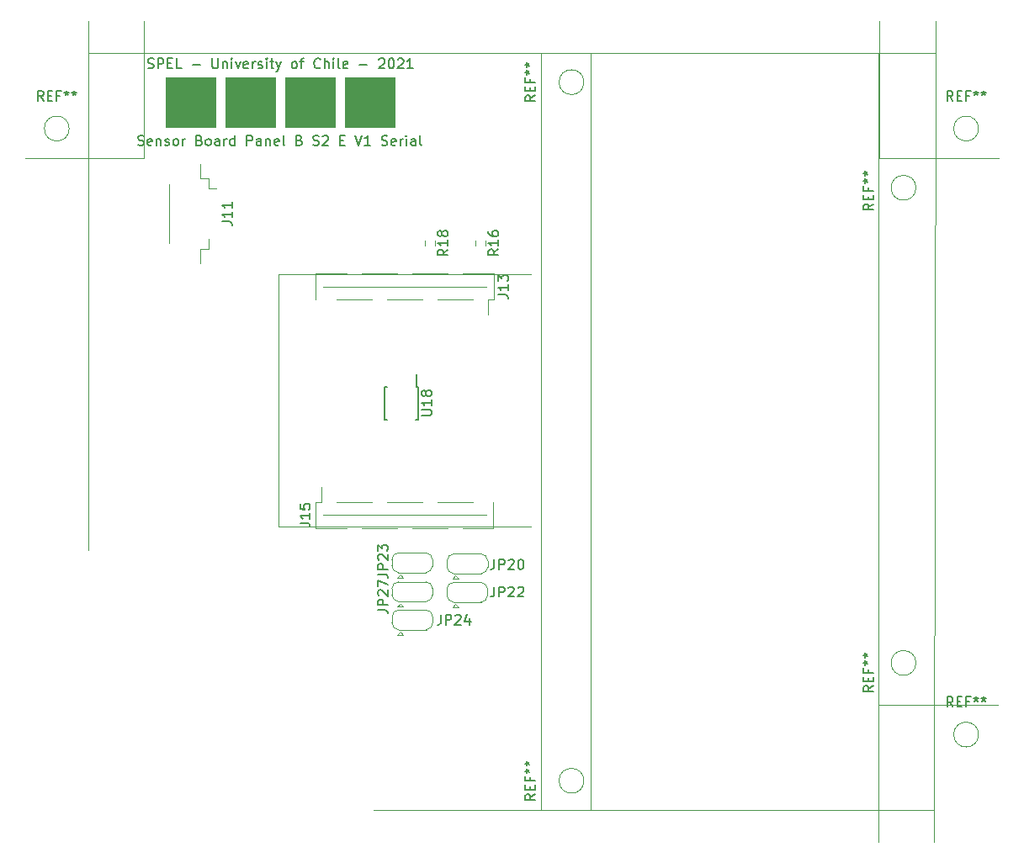
<source format=gbr>
G04 #@! TF.GenerationSoftware,KiCad,Pcbnew,(5.1.2)-2*
G04 #@! TF.CreationDate,2021-08-28T01:18:03-04:00*
G04 #@! TF.ProjectId,MAG_Plus,4d41475f-506c-4757-932e-6b696361645f,rev?*
G04 #@! TF.SameCoordinates,Original*
G04 #@! TF.FileFunction,Legend,Top*
G04 #@! TF.FilePolarity,Positive*
%FSLAX46Y46*%
G04 Gerber Fmt 4.6, Leading zero omitted, Abs format (unit mm)*
G04 Created by KiCad (PCBNEW (5.1.2)-2) date 2021-08-28 01:18:03*
%MOMM*%
%LPD*%
G04 APERTURE LIST*
%ADD10C,0.100000*%
%ADD11C,0.150000*%
%ADD12C,0.120000*%
G04 APERTURE END LIST*
D10*
G36*
X483750000Y-47310000D02*
G01*
X478750000Y-47310000D01*
X478750000Y-42310000D01*
X483750000Y-42310000D01*
X483750000Y-47310000D01*
G37*
X483750000Y-47310000D02*
X478750000Y-47310000D01*
X478750000Y-42310000D01*
X483750000Y-42310000D01*
X483750000Y-47310000D01*
G36*
X489750000Y-47310000D02*
G01*
X484750000Y-47310000D01*
X484750000Y-42310000D01*
X489750000Y-42310000D01*
X489750000Y-47310000D01*
G37*
X489750000Y-47310000D02*
X484750000Y-47310000D01*
X484750000Y-42310000D01*
X489750000Y-42310000D01*
X489750000Y-47310000D01*
G36*
X477750000Y-47310000D02*
G01*
X472750000Y-47310000D01*
X472750000Y-42310000D01*
X477750000Y-42310000D01*
X477750000Y-47310000D01*
G37*
X477750000Y-47310000D02*
X472750000Y-47310000D01*
X472750000Y-42310000D01*
X477750000Y-42310000D01*
X477750000Y-47310000D01*
G36*
X495750000Y-47310000D02*
G01*
X490750000Y-47310000D01*
X490750000Y-42310000D01*
X495750000Y-42310000D01*
X495750000Y-47310000D01*
G37*
X495750000Y-47310000D02*
X490750000Y-47310000D01*
X490750000Y-42310000D01*
X495750000Y-42310000D01*
X495750000Y-47310000D01*
D11*
X470966666Y-41364761D02*
X471109523Y-41412380D01*
X471347619Y-41412380D01*
X471442857Y-41364761D01*
X471490476Y-41317142D01*
X471538095Y-41221904D01*
X471538095Y-41126666D01*
X471490476Y-41031428D01*
X471442857Y-40983809D01*
X471347619Y-40936190D01*
X471157142Y-40888571D01*
X471061904Y-40840952D01*
X471014285Y-40793333D01*
X470966666Y-40698095D01*
X470966666Y-40602857D01*
X471014285Y-40507619D01*
X471061904Y-40460000D01*
X471157142Y-40412380D01*
X471395238Y-40412380D01*
X471538095Y-40460000D01*
X471966666Y-41412380D02*
X471966666Y-40412380D01*
X472347619Y-40412380D01*
X472442857Y-40460000D01*
X472490476Y-40507619D01*
X472538095Y-40602857D01*
X472538095Y-40745714D01*
X472490476Y-40840952D01*
X472442857Y-40888571D01*
X472347619Y-40936190D01*
X471966666Y-40936190D01*
X472966666Y-40888571D02*
X473300000Y-40888571D01*
X473442857Y-41412380D02*
X472966666Y-41412380D01*
X472966666Y-40412380D01*
X473442857Y-40412380D01*
X474347619Y-41412380D02*
X473871428Y-41412380D01*
X473871428Y-40412380D01*
X475442857Y-41031428D02*
X476204761Y-41031428D01*
X477442857Y-40412380D02*
X477442857Y-41221904D01*
X477490476Y-41317142D01*
X477538095Y-41364761D01*
X477633333Y-41412380D01*
X477823809Y-41412380D01*
X477919047Y-41364761D01*
X477966666Y-41317142D01*
X478014285Y-41221904D01*
X478014285Y-40412380D01*
X478490476Y-40745714D02*
X478490476Y-41412380D01*
X478490476Y-40840952D02*
X478538095Y-40793333D01*
X478633333Y-40745714D01*
X478776190Y-40745714D01*
X478871428Y-40793333D01*
X478919047Y-40888571D01*
X478919047Y-41412380D01*
X479395238Y-41412380D02*
X479395238Y-40745714D01*
X479395238Y-40412380D02*
X479347619Y-40460000D01*
X479395238Y-40507619D01*
X479442857Y-40460000D01*
X479395238Y-40412380D01*
X479395238Y-40507619D01*
X479776190Y-40745714D02*
X480014285Y-41412380D01*
X480252380Y-40745714D01*
X481014285Y-41364761D02*
X480919047Y-41412380D01*
X480728571Y-41412380D01*
X480633333Y-41364761D01*
X480585714Y-41269523D01*
X480585714Y-40888571D01*
X480633333Y-40793333D01*
X480728571Y-40745714D01*
X480919047Y-40745714D01*
X481014285Y-40793333D01*
X481061904Y-40888571D01*
X481061904Y-40983809D01*
X480585714Y-41079047D01*
X481490476Y-41412380D02*
X481490476Y-40745714D01*
X481490476Y-40936190D02*
X481538095Y-40840952D01*
X481585714Y-40793333D01*
X481680952Y-40745714D01*
X481776190Y-40745714D01*
X482061904Y-41364761D02*
X482157142Y-41412380D01*
X482347619Y-41412380D01*
X482442857Y-41364761D01*
X482490476Y-41269523D01*
X482490476Y-41221904D01*
X482442857Y-41126666D01*
X482347619Y-41079047D01*
X482204761Y-41079047D01*
X482109523Y-41031428D01*
X482061904Y-40936190D01*
X482061904Y-40888571D01*
X482109523Y-40793333D01*
X482204761Y-40745714D01*
X482347619Y-40745714D01*
X482442857Y-40793333D01*
X482919047Y-41412380D02*
X482919047Y-40745714D01*
X482919047Y-40412380D02*
X482871428Y-40460000D01*
X482919047Y-40507619D01*
X482966666Y-40460000D01*
X482919047Y-40412380D01*
X482919047Y-40507619D01*
X483252380Y-40745714D02*
X483633333Y-40745714D01*
X483395238Y-40412380D02*
X483395238Y-41269523D01*
X483442857Y-41364761D01*
X483538095Y-41412380D01*
X483633333Y-41412380D01*
X483871428Y-40745714D02*
X484109523Y-41412380D01*
X484347619Y-40745714D02*
X484109523Y-41412380D01*
X484014285Y-41650476D01*
X483966666Y-41698095D01*
X483871428Y-41745714D01*
X485633333Y-41412380D02*
X485538095Y-41364761D01*
X485490476Y-41317142D01*
X485442857Y-41221904D01*
X485442857Y-40936190D01*
X485490476Y-40840952D01*
X485538095Y-40793333D01*
X485633333Y-40745714D01*
X485776190Y-40745714D01*
X485871428Y-40793333D01*
X485919047Y-40840952D01*
X485966666Y-40936190D01*
X485966666Y-41221904D01*
X485919047Y-41317142D01*
X485871428Y-41364761D01*
X485776190Y-41412380D01*
X485633333Y-41412380D01*
X486252380Y-40745714D02*
X486633333Y-40745714D01*
X486395238Y-41412380D02*
X486395238Y-40555238D01*
X486442857Y-40460000D01*
X486538095Y-40412380D01*
X486633333Y-40412380D01*
X488299999Y-41317142D02*
X488252380Y-41364761D01*
X488109523Y-41412380D01*
X488014285Y-41412380D01*
X487871428Y-41364761D01*
X487776190Y-41269523D01*
X487728571Y-41174285D01*
X487680952Y-40983809D01*
X487680952Y-40840952D01*
X487728571Y-40650476D01*
X487776190Y-40555238D01*
X487871428Y-40460000D01*
X488014285Y-40412380D01*
X488109523Y-40412380D01*
X488252380Y-40460000D01*
X488299999Y-40507619D01*
X488728571Y-41412380D02*
X488728571Y-40412380D01*
X489157142Y-41412380D02*
X489157142Y-40888571D01*
X489109523Y-40793333D01*
X489014285Y-40745714D01*
X488871428Y-40745714D01*
X488776190Y-40793333D01*
X488728571Y-40840952D01*
X489633333Y-41412380D02*
X489633333Y-40745714D01*
X489633333Y-40412380D02*
X489585714Y-40460000D01*
X489633333Y-40507619D01*
X489680952Y-40460000D01*
X489633333Y-40412380D01*
X489633333Y-40507619D01*
X490252380Y-41412380D02*
X490157142Y-41364761D01*
X490109523Y-41269523D01*
X490109523Y-40412380D01*
X491014285Y-41364761D02*
X490919047Y-41412380D01*
X490728571Y-41412380D01*
X490633333Y-41364761D01*
X490585714Y-41269523D01*
X490585714Y-40888571D01*
X490633333Y-40793333D01*
X490728571Y-40745714D01*
X490919047Y-40745714D01*
X491014285Y-40793333D01*
X491061904Y-40888571D01*
X491061904Y-40983809D01*
X490585714Y-41079047D01*
X492252380Y-41031428D02*
X493014285Y-41031428D01*
X494204761Y-40507619D02*
X494252380Y-40460000D01*
X494347619Y-40412380D01*
X494585714Y-40412380D01*
X494680952Y-40460000D01*
X494728571Y-40507619D01*
X494776190Y-40602857D01*
X494776190Y-40698095D01*
X494728571Y-40840952D01*
X494157142Y-41412380D01*
X494776190Y-41412380D01*
X495395238Y-40412380D02*
X495490476Y-40412380D01*
X495585714Y-40460000D01*
X495633333Y-40507619D01*
X495680952Y-40602857D01*
X495728571Y-40793333D01*
X495728571Y-41031428D01*
X495680952Y-41221904D01*
X495633333Y-41317142D01*
X495585714Y-41364761D01*
X495490476Y-41412380D01*
X495395238Y-41412380D01*
X495299999Y-41364761D01*
X495252380Y-41317142D01*
X495204761Y-41221904D01*
X495157142Y-41031428D01*
X495157142Y-40793333D01*
X495204761Y-40602857D01*
X495252380Y-40507619D01*
X495299999Y-40460000D01*
X495395238Y-40412380D01*
X496109523Y-40507619D02*
X496157142Y-40460000D01*
X496252380Y-40412380D01*
X496490476Y-40412380D01*
X496585714Y-40460000D01*
X496633333Y-40507619D01*
X496680952Y-40602857D01*
X496680952Y-40698095D01*
X496633333Y-40840952D01*
X496061904Y-41412380D01*
X496680952Y-41412380D01*
X497633333Y-41412380D02*
X497061904Y-41412380D01*
X497347619Y-41412380D02*
X497347619Y-40412380D01*
X497252380Y-40555238D01*
X497157142Y-40650476D01*
X497061904Y-40698095D01*
X469961904Y-49114761D02*
X470104761Y-49162380D01*
X470342857Y-49162380D01*
X470438095Y-49114761D01*
X470485714Y-49067142D01*
X470533333Y-48971904D01*
X470533333Y-48876666D01*
X470485714Y-48781428D01*
X470438095Y-48733809D01*
X470342857Y-48686190D01*
X470152380Y-48638571D01*
X470057142Y-48590952D01*
X470009523Y-48543333D01*
X469961904Y-48448095D01*
X469961904Y-48352857D01*
X470009523Y-48257619D01*
X470057142Y-48210000D01*
X470152380Y-48162380D01*
X470390476Y-48162380D01*
X470533333Y-48210000D01*
X471342857Y-49114761D02*
X471247619Y-49162380D01*
X471057142Y-49162380D01*
X470961904Y-49114761D01*
X470914285Y-49019523D01*
X470914285Y-48638571D01*
X470961904Y-48543333D01*
X471057142Y-48495714D01*
X471247619Y-48495714D01*
X471342857Y-48543333D01*
X471390476Y-48638571D01*
X471390476Y-48733809D01*
X470914285Y-48829047D01*
X471819047Y-48495714D02*
X471819047Y-49162380D01*
X471819047Y-48590952D02*
X471866666Y-48543333D01*
X471961904Y-48495714D01*
X472104761Y-48495714D01*
X472200000Y-48543333D01*
X472247619Y-48638571D01*
X472247619Y-49162380D01*
X472676190Y-49114761D02*
X472771428Y-49162380D01*
X472961904Y-49162380D01*
X473057142Y-49114761D01*
X473104761Y-49019523D01*
X473104761Y-48971904D01*
X473057142Y-48876666D01*
X472961904Y-48829047D01*
X472819047Y-48829047D01*
X472723809Y-48781428D01*
X472676190Y-48686190D01*
X472676190Y-48638571D01*
X472723809Y-48543333D01*
X472819047Y-48495714D01*
X472961904Y-48495714D01*
X473057142Y-48543333D01*
X473676190Y-49162380D02*
X473580952Y-49114761D01*
X473533333Y-49067142D01*
X473485714Y-48971904D01*
X473485714Y-48686190D01*
X473533333Y-48590952D01*
X473580952Y-48543333D01*
X473676190Y-48495714D01*
X473819047Y-48495714D01*
X473914285Y-48543333D01*
X473961904Y-48590952D01*
X474009523Y-48686190D01*
X474009523Y-48971904D01*
X473961904Y-49067142D01*
X473914285Y-49114761D01*
X473819047Y-49162380D01*
X473676190Y-49162380D01*
X474438095Y-49162380D02*
X474438095Y-48495714D01*
X474438095Y-48686190D02*
X474485714Y-48590952D01*
X474533333Y-48543333D01*
X474628571Y-48495714D01*
X474723809Y-48495714D01*
X476152380Y-48638571D02*
X476295238Y-48686190D01*
X476342857Y-48733809D01*
X476390476Y-48829047D01*
X476390476Y-48971904D01*
X476342857Y-49067142D01*
X476295238Y-49114761D01*
X476200000Y-49162380D01*
X475819047Y-49162380D01*
X475819047Y-48162380D01*
X476152380Y-48162380D01*
X476247619Y-48210000D01*
X476295238Y-48257619D01*
X476342857Y-48352857D01*
X476342857Y-48448095D01*
X476295238Y-48543333D01*
X476247619Y-48590952D01*
X476152380Y-48638571D01*
X475819047Y-48638571D01*
X476961904Y-49162380D02*
X476866666Y-49114761D01*
X476819047Y-49067142D01*
X476771428Y-48971904D01*
X476771428Y-48686190D01*
X476819047Y-48590952D01*
X476866666Y-48543333D01*
X476961904Y-48495714D01*
X477104761Y-48495714D01*
X477200000Y-48543333D01*
X477247619Y-48590952D01*
X477295238Y-48686190D01*
X477295238Y-48971904D01*
X477247619Y-49067142D01*
X477200000Y-49114761D01*
X477104761Y-49162380D01*
X476961904Y-49162380D01*
X478152380Y-49162380D02*
X478152380Y-48638571D01*
X478104761Y-48543333D01*
X478009523Y-48495714D01*
X477819047Y-48495714D01*
X477723809Y-48543333D01*
X478152380Y-49114761D02*
X478057142Y-49162380D01*
X477819047Y-49162380D01*
X477723809Y-49114761D01*
X477676190Y-49019523D01*
X477676190Y-48924285D01*
X477723809Y-48829047D01*
X477819047Y-48781428D01*
X478057142Y-48781428D01*
X478152380Y-48733809D01*
X478628571Y-49162380D02*
X478628571Y-48495714D01*
X478628571Y-48686190D02*
X478676190Y-48590952D01*
X478723809Y-48543333D01*
X478819047Y-48495714D01*
X478914285Y-48495714D01*
X479676190Y-49162380D02*
X479676190Y-48162380D01*
X479676190Y-49114761D02*
X479580952Y-49162380D01*
X479390476Y-49162380D01*
X479295238Y-49114761D01*
X479247619Y-49067142D01*
X479200000Y-48971904D01*
X479200000Y-48686190D01*
X479247619Y-48590952D01*
X479295238Y-48543333D01*
X479390476Y-48495714D01*
X479580952Y-48495714D01*
X479676190Y-48543333D01*
X480914285Y-49162380D02*
X480914285Y-48162380D01*
X481295238Y-48162380D01*
X481390476Y-48210000D01*
X481438095Y-48257619D01*
X481485714Y-48352857D01*
X481485714Y-48495714D01*
X481438095Y-48590952D01*
X481390476Y-48638571D01*
X481295238Y-48686190D01*
X480914285Y-48686190D01*
X482342857Y-49162380D02*
X482342857Y-48638571D01*
X482295238Y-48543333D01*
X482200000Y-48495714D01*
X482009523Y-48495714D01*
X481914285Y-48543333D01*
X482342857Y-49114761D02*
X482247619Y-49162380D01*
X482009523Y-49162380D01*
X481914285Y-49114761D01*
X481866666Y-49019523D01*
X481866666Y-48924285D01*
X481914285Y-48829047D01*
X482009523Y-48781428D01*
X482247619Y-48781428D01*
X482342857Y-48733809D01*
X482819047Y-48495714D02*
X482819047Y-49162380D01*
X482819047Y-48590952D02*
X482866666Y-48543333D01*
X482961904Y-48495714D01*
X483104761Y-48495714D01*
X483200000Y-48543333D01*
X483247619Y-48638571D01*
X483247619Y-49162380D01*
X484104761Y-49114761D02*
X484009523Y-49162380D01*
X483819047Y-49162380D01*
X483723809Y-49114761D01*
X483676190Y-49019523D01*
X483676190Y-48638571D01*
X483723809Y-48543333D01*
X483819047Y-48495714D01*
X484009523Y-48495714D01*
X484104761Y-48543333D01*
X484152380Y-48638571D01*
X484152380Y-48733809D01*
X483676190Y-48829047D01*
X484723809Y-49162380D02*
X484628571Y-49114761D01*
X484580952Y-49019523D01*
X484580952Y-48162380D01*
X486200000Y-48638571D02*
X486342857Y-48686190D01*
X486390476Y-48733809D01*
X486438095Y-48829047D01*
X486438095Y-48971904D01*
X486390476Y-49067142D01*
X486342857Y-49114761D01*
X486247619Y-49162380D01*
X485866666Y-49162380D01*
X485866666Y-48162380D01*
X486200000Y-48162380D01*
X486295238Y-48210000D01*
X486342857Y-48257619D01*
X486390476Y-48352857D01*
X486390476Y-48448095D01*
X486342857Y-48543333D01*
X486295238Y-48590952D01*
X486200000Y-48638571D01*
X485866666Y-48638571D01*
X487580952Y-49114761D02*
X487723809Y-49162380D01*
X487961904Y-49162380D01*
X488057142Y-49114761D01*
X488104761Y-49067142D01*
X488152380Y-48971904D01*
X488152380Y-48876666D01*
X488104761Y-48781428D01*
X488057142Y-48733809D01*
X487961904Y-48686190D01*
X487771428Y-48638571D01*
X487676190Y-48590952D01*
X487628571Y-48543333D01*
X487580952Y-48448095D01*
X487580952Y-48352857D01*
X487628571Y-48257619D01*
X487676190Y-48210000D01*
X487771428Y-48162380D01*
X488009523Y-48162380D01*
X488152380Y-48210000D01*
X488533333Y-48257619D02*
X488580952Y-48210000D01*
X488676190Y-48162380D01*
X488914285Y-48162380D01*
X489009523Y-48210000D01*
X489057142Y-48257619D01*
X489104761Y-48352857D01*
X489104761Y-48448095D01*
X489057142Y-48590952D01*
X488485714Y-49162380D01*
X489104761Y-49162380D01*
X490295238Y-48638571D02*
X490628571Y-48638571D01*
X490771428Y-49162380D02*
X490295238Y-49162380D01*
X490295238Y-48162380D01*
X490771428Y-48162380D01*
X491819047Y-48162380D02*
X492152380Y-49162380D01*
X492485714Y-48162380D01*
X493342857Y-49162380D02*
X492771428Y-49162380D01*
X493057142Y-49162380D02*
X493057142Y-48162380D01*
X492961904Y-48305238D01*
X492866666Y-48400476D01*
X492771428Y-48448095D01*
X494485714Y-49114761D02*
X494628571Y-49162380D01*
X494866666Y-49162380D01*
X494961904Y-49114761D01*
X495009523Y-49067142D01*
X495057142Y-48971904D01*
X495057142Y-48876666D01*
X495009523Y-48781428D01*
X494961904Y-48733809D01*
X494866666Y-48686190D01*
X494676190Y-48638571D01*
X494580952Y-48590952D01*
X494533333Y-48543333D01*
X494485714Y-48448095D01*
X494485714Y-48352857D01*
X494533333Y-48257619D01*
X494580952Y-48210000D01*
X494676190Y-48162380D01*
X494914285Y-48162380D01*
X495057142Y-48210000D01*
X495866666Y-49114761D02*
X495771428Y-49162380D01*
X495580952Y-49162380D01*
X495485714Y-49114761D01*
X495438095Y-49019523D01*
X495438095Y-48638571D01*
X495485714Y-48543333D01*
X495580952Y-48495714D01*
X495771428Y-48495714D01*
X495866666Y-48543333D01*
X495914285Y-48638571D01*
X495914285Y-48733809D01*
X495438095Y-48829047D01*
X496342857Y-49162380D02*
X496342857Y-48495714D01*
X496342857Y-48686190D02*
X496390476Y-48590952D01*
X496438095Y-48543333D01*
X496533333Y-48495714D01*
X496628571Y-48495714D01*
X496961904Y-49162380D02*
X496961904Y-48495714D01*
X496961904Y-48162380D02*
X496914285Y-48210000D01*
X496961904Y-48257619D01*
X497009523Y-48210000D01*
X496961904Y-48162380D01*
X496961904Y-48257619D01*
X497866666Y-49162380D02*
X497866666Y-48638571D01*
X497819047Y-48543333D01*
X497723809Y-48495714D01*
X497533333Y-48495714D01*
X497438095Y-48543333D01*
X497866666Y-49114761D02*
X497771428Y-49162380D01*
X497533333Y-49162380D01*
X497438095Y-49114761D01*
X497390476Y-49019523D01*
X497390476Y-48924285D01*
X497438095Y-48829047D01*
X497533333Y-48781428D01*
X497771428Y-48781428D01*
X497866666Y-48733809D01*
X498485714Y-49162380D02*
X498390476Y-49114761D01*
X498342857Y-49019523D01*
X498342857Y-48162380D01*
D12*
X493670000Y-116070000D02*
X550090000Y-116070000D01*
X464990000Y-89870000D02*
X464990000Y-36670000D01*
X550190000Y-39870000D02*
X464990000Y-39870000D01*
X550090000Y-119270000D02*
X550190000Y-36670000D01*
X544490000Y-119270000D02*
X544490000Y-105470000D01*
X554540000Y-108470000D02*
G75*
G03X554540000Y-108470000I-1250000J0D01*
G01*
X556490000Y-105470000D02*
X544490000Y-105470000D01*
X556590000Y-50470000D02*
X544590000Y-50470000D01*
X470590000Y-50470000D02*
X470590000Y-36670000D01*
X458590000Y-50470000D02*
X470590000Y-50470000D01*
X544590000Y-36670000D02*
X544590000Y-50470000D01*
X463040000Y-47470000D02*
G75*
G03X463040000Y-47470000I-1250000J0D01*
G01*
X554540000Y-47470000D02*
G75*
G03X554540000Y-47470000I-1250000J0D01*
G01*
X504990000Y-63370000D02*
X488590000Y-63370000D01*
X504989978Y-86370000D02*
X488590000Y-86370000D01*
X510490000Y-39870000D02*
X510490000Y-116070000D01*
X514830000Y-113120000D02*
G75*
G03X514830000Y-113120000I-1250000J0D01*
G01*
X548240000Y-53430000D02*
G75*
G03X548240000Y-53430000I-1250000J0D01*
G01*
X548240000Y-101260000D02*
G75*
G03X548240000Y-101260000I-1250000J0D01*
G01*
X514830007Y-42800000D02*
G75*
G03X514830007Y-42800000I-1250040J0D01*
G01*
X515490000Y-39870000D02*
X515490000Y-116070000D01*
X544490000Y-39870000D02*
X544490000Y-116070000D01*
X509490000Y-62170000D02*
X484090000Y-62170000D01*
X484090000Y-62170000D02*
X484090000Y-87570000D01*
X509490000Y-87570000D02*
X484090000Y-87570000D01*
X496360000Y-95290000D02*
X496660000Y-95590000D01*
X496060000Y-95590000D02*
X496660000Y-95590000D01*
X496360000Y-95290000D02*
X496060000Y-95590000D01*
X495510000Y-94390000D02*
X495510000Y-93790000D01*
X498960000Y-95090000D02*
X496160000Y-95090000D01*
X499610000Y-93790000D02*
X499610000Y-94390000D01*
X496160000Y-93090000D02*
X498960000Y-93090000D01*
X498910000Y-93090000D02*
G75*
G02X499610000Y-93790000I0J-700000D01*
G01*
X499610000Y-94390000D02*
G75*
G02X498910000Y-95090000I-700000J0D01*
G01*
X496210000Y-95090000D02*
G75*
G02X495510000Y-94390000I0J700000D01*
G01*
X495510000Y-93790000D02*
G75*
G02X496210000Y-93090000I700000J0D01*
G01*
X490950000Y-62040000D02*
X487840000Y-62040000D01*
X496030000Y-62040000D02*
X492470000Y-62040000D01*
X501110000Y-62040000D02*
X497550000Y-62040000D01*
X488410000Y-62040000D02*
X487840000Y-62040000D01*
X505740000Y-64700000D02*
X505170000Y-64700000D01*
X505170000Y-64700000D02*
X505170000Y-66220000D01*
X505740000Y-62040000D02*
X502630000Y-62040000D01*
X493490000Y-64700000D02*
X489930000Y-64700000D01*
X498570000Y-64700000D02*
X495010000Y-64700000D01*
X503650000Y-64700000D02*
X500090000Y-64700000D01*
X487840000Y-62040000D02*
X487840000Y-64700000D01*
X505740000Y-62040000D02*
X505740000Y-64700000D01*
X477085000Y-53455000D02*
X477835000Y-53455000D01*
X473085000Y-53055000D02*
X473085000Y-59005000D01*
X476185000Y-52505000D02*
X476185000Y-51005000D01*
X477085000Y-52505000D02*
X476185000Y-52505000D01*
X477085000Y-53455000D02*
X477085000Y-52505000D01*
X476185000Y-59555000D02*
X476185000Y-61055000D01*
X477085000Y-59555000D02*
X476185000Y-59555000D01*
X477085000Y-58605000D02*
X477085000Y-59555000D01*
X501910000Y-92480000D02*
X502210000Y-92780000D01*
X501610000Y-92780000D02*
X502210000Y-92780000D01*
X501910000Y-92480000D02*
X501610000Y-92780000D01*
X501060000Y-91580000D02*
X501060000Y-90980000D01*
X504510000Y-92280000D02*
X501710000Y-92280000D01*
X505160000Y-90980000D02*
X505160000Y-91580000D01*
X501710000Y-90280000D02*
X504510000Y-90280000D01*
X504460000Y-90280000D02*
G75*
G02X505160000Y-90980000I0J-700000D01*
G01*
X505160000Y-91580000D02*
G75*
G02X504460000Y-92280000I-700000J0D01*
G01*
X501760000Y-92280000D02*
G75*
G02X501060000Y-91580000I0J700000D01*
G01*
X501060000Y-90980000D02*
G75*
G02X501760000Y-90280000I700000J0D01*
G01*
X487820000Y-87700000D02*
X487820000Y-85040000D01*
X505720000Y-87700000D02*
X505720000Y-85040000D01*
X489910000Y-85040000D02*
X493470000Y-85040000D01*
X494990000Y-85040000D02*
X498550000Y-85040000D01*
X500070000Y-85040000D02*
X503630000Y-85040000D01*
X487820000Y-87700000D02*
X490930000Y-87700000D01*
X488390000Y-85040000D02*
X488390000Y-83520000D01*
X487820000Y-85040000D02*
X488390000Y-85040000D01*
X505150000Y-87700000D02*
X505720000Y-87700000D01*
X492450000Y-87700000D02*
X496010000Y-87700000D01*
X497530000Y-87700000D02*
X501090000Y-87700000D01*
X502610000Y-87700000D02*
X505720000Y-87700000D01*
D11*
X498120000Y-73435000D02*
X497945000Y-73435000D01*
X498120000Y-76785000D02*
X497870000Y-76785000D01*
X494770000Y-76785000D02*
X495020000Y-76785000D01*
X494770000Y-73435000D02*
X495020000Y-73435000D01*
X498120000Y-73435000D02*
X498120000Y-76785000D01*
X494770000Y-73435000D02*
X494770000Y-76785000D01*
X497945000Y-73435000D02*
X497945000Y-72185000D01*
D12*
X499860000Y-59250000D02*
X499860000Y-58750000D01*
X498800000Y-58750000D02*
X498800000Y-59250000D01*
X503890000Y-58740000D02*
X503890000Y-59240000D01*
X504950000Y-59240000D02*
X504950000Y-58740000D01*
X501040000Y-93850000D02*
G75*
G02X501740000Y-93150000I700000J0D01*
G01*
X501740000Y-95150000D02*
G75*
G02X501040000Y-94450000I0J700000D01*
G01*
X505140000Y-94450000D02*
G75*
G02X504440000Y-95150000I-700000J0D01*
G01*
X504440000Y-93150000D02*
G75*
G02X505140000Y-93850000I0J-700000D01*
G01*
X501690000Y-93150000D02*
X504490000Y-93150000D01*
X505140000Y-93850000D02*
X505140000Y-94450000D01*
X504490000Y-95150000D02*
X501690000Y-95150000D01*
X501040000Y-94450000D02*
X501040000Y-93850000D01*
X501890000Y-95350000D02*
X501590000Y-95650000D01*
X501590000Y-95650000D02*
X502190000Y-95650000D01*
X501890000Y-95350000D02*
X502190000Y-95650000D01*
X495520000Y-96620000D02*
G75*
G02X496220000Y-95920000I700000J0D01*
G01*
X496220000Y-97920000D02*
G75*
G02X495520000Y-97220000I0J700000D01*
G01*
X499620000Y-97220000D02*
G75*
G02X498920000Y-97920000I-700000J0D01*
G01*
X498920000Y-95920000D02*
G75*
G02X499620000Y-96620000I0J-700000D01*
G01*
X496170000Y-95920000D02*
X498970000Y-95920000D01*
X499620000Y-96620000D02*
X499620000Y-97220000D01*
X498970000Y-97920000D02*
X496170000Y-97920000D01*
X495520000Y-97220000D02*
X495520000Y-96620000D01*
X496370000Y-98120000D02*
X496070000Y-98420000D01*
X496070000Y-98420000D02*
X496670000Y-98420000D01*
X496370000Y-98120000D02*
X496670000Y-98420000D01*
X496350000Y-92370000D02*
X496650000Y-92670000D01*
X496050000Y-92670000D02*
X496650000Y-92670000D01*
X496350000Y-92370000D02*
X496050000Y-92670000D01*
X495500000Y-91470000D02*
X495500000Y-90870000D01*
X498950000Y-92170000D02*
X496150000Y-92170000D01*
X499600000Y-90870000D02*
X499600000Y-91470000D01*
X496150000Y-90170000D02*
X498950000Y-90170000D01*
X498900000Y-90170000D02*
G75*
G02X499600000Y-90870000I0J-700000D01*
G01*
X499600000Y-91470000D02*
G75*
G02X498900000Y-92170000I-700000J0D01*
G01*
X496200000Y-92170000D02*
G75*
G02X495500000Y-91470000I0J700000D01*
G01*
X495500000Y-90870000D02*
G75*
G02X496200000Y-90170000I700000J0D01*
G01*
D11*
X551956666Y-44672380D02*
X551623333Y-44196190D01*
X551385238Y-44672380D02*
X551385238Y-43672380D01*
X551766190Y-43672380D01*
X551861428Y-43720000D01*
X551909047Y-43767619D01*
X551956666Y-43862857D01*
X551956666Y-44005714D01*
X551909047Y-44100952D01*
X551861428Y-44148571D01*
X551766190Y-44196190D01*
X551385238Y-44196190D01*
X552385238Y-44148571D02*
X552718571Y-44148571D01*
X552861428Y-44672380D02*
X552385238Y-44672380D01*
X552385238Y-43672380D01*
X552861428Y-43672380D01*
X553623333Y-44148571D02*
X553290000Y-44148571D01*
X553290000Y-44672380D02*
X553290000Y-43672380D01*
X553766190Y-43672380D01*
X554290000Y-43672380D02*
X554290000Y-43910476D01*
X554051904Y-43815238D02*
X554290000Y-43910476D01*
X554528095Y-43815238D01*
X554147142Y-44100952D02*
X554290000Y-43910476D01*
X554432857Y-44100952D01*
X555051904Y-43672380D02*
X555051904Y-43910476D01*
X554813809Y-43815238D02*
X555051904Y-43910476D01*
X555290000Y-43815238D01*
X554909047Y-44100952D02*
X555051904Y-43910476D01*
X555194761Y-44100952D01*
X460456666Y-44672380D02*
X460123333Y-44196190D01*
X459885238Y-44672380D02*
X459885238Y-43672380D01*
X460266190Y-43672380D01*
X460361428Y-43720000D01*
X460409047Y-43767619D01*
X460456666Y-43862857D01*
X460456666Y-44005714D01*
X460409047Y-44100952D01*
X460361428Y-44148571D01*
X460266190Y-44196190D01*
X459885238Y-44196190D01*
X460885238Y-44148571D02*
X461218571Y-44148571D01*
X461361428Y-44672380D02*
X460885238Y-44672380D01*
X460885238Y-43672380D01*
X461361428Y-43672380D01*
X462123333Y-44148571D02*
X461790000Y-44148571D01*
X461790000Y-44672380D02*
X461790000Y-43672380D01*
X462266190Y-43672380D01*
X462790000Y-43672380D02*
X462790000Y-43910476D01*
X462551904Y-43815238D02*
X462790000Y-43910476D01*
X463028095Y-43815238D01*
X462647142Y-44100952D02*
X462790000Y-43910476D01*
X462932857Y-44100952D01*
X463551904Y-43672380D02*
X463551904Y-43910476D01*
X463313809Y-43815238D02*
X463551904Y-43910476D01*
X463790000Y-43815238D01*
X463409047Y-44100952D02*
X463551904Y-43910476D01*
X463694761Y-44100952D01*
X551956666Y-105672380D02*
X551623333Y-105196190D01*
X551385238Y-105672380D02*
X551385238Y-104672380D01*
X551766190Y-104672380D01*
X551861428Y-104720000D01*
X551909047Y-104767619D01*
X551956666Y-104862857D01*
X551956666Y-105005714D01*
X551909047Y-105100952D01*
X551861428Y-105148571D01*
X551766190Y-105196190D01*
X551385238Y-105196190D01*
X552385238Y-105148571D02*
X552718571Y-105148571D01*
X552861428Y-105672380D02*
X552385238Y-105672380D01*
X552385238Y-104672380D01*
X552861428Y-104672380D01*
X553623333Y-105148571D02*
X553290000Y-105148571D01*
X553290000Y-105672380D02*
X553290000Y-104672380D01*
X553766190Y-104672380D01*
X554290000Y-104672380D02*
X554290000Y-104910476D01*
X554051904Y-104815238D02*
X554290000Y-104910476D01*
X554528095Y-104815238D01*
X554147142Y-105100952D02*
X554290000Y-104910476D01*
X554432857Y-105100952D01*
X555051904Y-104672380D02*
X555051904Y-104910476D01*
X554813809Y-104815238D02*
X555051904Y-104910476D01*
X555290000Y-104815238D01*
X554909047Y-105100952D02*
X555051904Y-104910476D01*
X555194761Y-105100952D01*
X543942380Y-55063333D02*
X543466190Y-55396666D01*
X543942380Y-55634761D02*
X542942380Y-55634761D01*
X542942380Y-55253809D01*
X542990000Y-55158571D01*
X543037619Y-55110952D01*
X543132857Y-55063333D01*
X543275714Y-55063333D01*
X543370952Y-55110952D01*
X543418571Y-55158571D01*
X543466190Y-55253809D01*
X543466190Y-55634761D01*
X543418571Y-54634761D02*
X543418571Y-54301428D01*
X543942380Y-54158571D02*
X543942380Y-54634761D01*
X542942380Y-54634761D01*
X542942380Y-54158571D01*
X543418571Y-53396666D02*
X543418571Y-53730000D01*
X543942380Y-53730000D02*
X542942380Y-53730000D01*
X542942380Y-53253809D01*
X542942380Y-52730000D02*
X543180476Y-52730000D01*
X543085238Y-52968095D02*
X543180476Y-52730000D01*
X543085238Y-52491904D01*
X543370952Y-52872857D02*
X543180476Y-52730000D01*
X543370952Y-52587142D01*
X542942380Y-51968095D02*
X543180476Y-51968095D01*
X543085238Y-52206190D02*
X543180476Y-51968095D01*
X543085238Y-51730000D01*
X543370952Y-52110952D02*
X543180476Y-51968095D01*
X543370952Y-51825238D01*
X543942380Y-103563333D02*
X543466190Y-103896666D01*
X543942380Y-104134761D02*
X542942380Y-104134761D01*
X542942380Y-103753809D01*
X542990000Y-103658571D01*
X543037619Y-103610952D01*
X543132857Y-103563333D01*
X543275714Y-103563333D01*
X543370952Y-103610952D01*
X543418571Y-103658571D01*
X543466190Y-103753809D01*
X543466190Y-104134761D01*
X543418571Y-103134761D02*
X543418571Y-102801428D01*
X543942380Y-102658571D02*
X543942380Y-103134761D01*
X542942380Y-103134761D01*
X542942380Y-102658571D01*
X543418571Y-101896666D02*
X543418571Y-102230000D01*
X543942380Y-102230000D02*
X542942380Y-102230000D01*
X542942380Y-101753809D01*
X542942380Y-101230000D02*
X543180476Y-101230000D01*
X543085238Y-101468095D02*
X543180476Y-101230000D01*
X543085238Y-100991904D01*
X543370952Y-101372857D02*
X543180476Y-101230000D01*
X543370952Y-101087142D01*
X542942380Y-100468095D02*
X543180476Y-100468095D01*
X543085238Y-100706190D02*
X543180476Y-100468095D01*
X543085238Y-100230000D01*
X543370952Y-100610952D02*
X543180476Y-100468095D01*
X543370952Y-100325238D01*
X509932380Y-44133333D02*
X509456190Y-44466666D01*
X509932380Y-44704761D02*
X508932380Y-44704761D01*
X508932380Y-44323809D01*
X508980000Y-44228571D01*
X509027619Y-44180952D01*
X509122857Y-44133333D01*
X509265714Y-44133333D01*
X509360952Y-44180952D01*
X509408571Y-44228571D01*
X509456190Y-44323809D01*
X509456190Y-44704761D01*
X509408571Y-43704761D02*
X509408571Y-43371428D01*
X509932380Y-43228571D02*
X509932380Y-43704761D01*
X508932380Y-43704761D01*
X508932380Y-43228571D01*
X509408571Y-42466666D02*
X509408571Y-42800000D01*
X509932380Y-42800000D02*
X508932380Y-42800000D01*
X508932380Y-42323809D01*
X508932380Y-41800000D02*
X509170476Y-41800000D01*
X509075238Y-42038095D02*
X509170476Y-41800000D01*
X509075238Y-41561904D01*
X509360952Y-41942857D02*
X509170476Y-41800000D01*
X509360952Y-41657142D01*
X508932380Y-41038095D02*
X509170476Y-41038095D01*
X509075238Y-41276190D02*
X509170476Y-41038095D01*
X509075238Y-40800000D01*
X509360952Y-41180952D02*
X509170476Y-41038095D01*
X509360952Y-40895238D01*
X509932380Y-114463333D02*
X509456190Y-114796666D01*
X509932380Y-115034761D02*
X508932380Y-115034761D01*
X508932380Y-114653809D01*
X508980000Y-114558571D01*
X509027619Y-114510952D01*
X509122857Y-114463333D01*
X509265714Y-114463333D01*
X509360952Y-114510952D01*
X509408571Y-114558571D01*
X509456190Y-114653809D01*
X509456190Y-115034761D01*
X509408571Y-114034761D02*
X509408571Y-113701428D01*
X509932380Y-113558571D02*
X509932380Y-114034761D01*
X508932380Y-114034761D01*
X508932380Y-113558571D01*
X509408571Y-112796666D02*
X509408571Y-113130000D01*
X509932380Y-113130000D02*
X508932380Y-113130000D01*
X508932380Y-112653809D01*
X508932380Y-112130000D02*
X509170476Y-112130000D01*
X509075238Y-112368095D02*
X509170476Y-112130000D01*
X509075238Y-111891904D01*
X509360952Y-112272857D02*
X509170476Y-112130000D01*
X509360952Y-111987142D01*
X508932380Y-111368095D02*
X509170476Y-111368095D01*
X509075238Y-111606190D02*
X509170476Y-111368095D01*
X509075238Y-111130000D01*
X509360952Y-111510952D02*
X509170476Y-111368095D01*
X509360952Y-111225238D01*
X494092380Y-95909523D02*
X494806666Y-95909523D01*
X494949523Y-95957142D01*
X495044761Y-96052380D01*
X495092380Y-96195238D01*
X495092380Y-96290476D01*
X495092380Y-95433333D02*
X494092380Y-95433333D01*
X494092380Y-95052380D01*
X494140000Y-94957142D01*
X494187619Y-94909523D01*
X494282857Y-94861904D01*
X494425714Y-94861904D01*
X494520952Y-94909523D01*
X494568571Y-94957142D01*
X494616190Y-95052380D01*
X494616190Y-95433333D01*
X494187619Y-94480952D02*
X494140000Y-94433333D01*
X494092380Y-94338095D01*
X494092380Y-94100000D01*
X494140000Y-94004761D01*
X494187619Y-93957142D01*
X494282857Y-93909523D01*
X494378095Y-93909523D01*
X494520952Y-93957142D01*
X495092380Y-94528571D01*
X495092380Y-93909523D01*
X494092380Y-93576190D02*
X494092380Y-92909523D01*
X495092380Y-93338095D01*
X506192380Y-64179523D02*
X506906666Y-64179523D01*
X507049523Y-64227142D01*
X507144761Y-64322380D01*
X507192380Y-64465238D01*
X507192380Y-64560476D01*
X507192380Y-63179523D02*
X507192380Y-63750952D01*
X507192380Y-63465238D02*
X506192380Y-63465238D01*
X506335238Y-63560476D01*
X506430476Y-63655714D01*
X506478095Y-63750952D01*
X506192380Y-62846190D02*
X506192380Y-62227142D01*
X506573333Y-62560476D01*
X506573333Y-62417619D01*
X506620952Y-62322380D01*
X506668571Y-62274761D01*
X506763809Y-62227142D01*
X507001904Y-62227142D01*
X507097142Y-62274761D01*
X507144761Y-62322380D01*
X507192380Y-62417619D01*
X507192380Y-62703333D01*
X507144761Y-62798571D01*
X507097142Y-62846190D01*
X478412380Y-56839523D02*
X479126666Y-56839523D01*
X479269523Y-56887142D01*
X479364761Y-56982380D01*
X479412380Y-57125238D01*
X479412380Y-57220476D01*
X479412380Y-55839523D02*
X479412380Y-56410952D01*
X479412380Y-56125238D02*
X478412380Y-56125238D01*
X478555238Y-56220476D01*
X478650476Y-56315714D01*
X478698095Y-56410952D01*
X479412380Y-54887142D02*
X479412380Y-55458571D01*
X479412380Y-55172857D02*
X478412380Y-55172857D01*
X478555238Y-55268095D01*
X478650476Y-55363333D01*
X478698095Y-55458571D01*
X505810476Y-90832380D02*
X505810476Y-91546666D01*
X505762857Y-91689523D01*
X505667619Y-91784761D01*
X505524761Y-91832380D01*
X505429523Y-91832380D01*
X506286666Y-91832380D02*
X506286666Y-90832380D01*
X506667619Y-90832380D01*
X506762857Y-90880000D01*
X506810476Y-90927619D01*
X506858095Y-91022857D01*
X506858095Y-91165714D01*
X506810476Y-91260952D01*
X506762857Y-91308571D01*
X506667619Y-91356190D01*
X506286666Y-91356190D01*
X507239047Y-90927619D02*
X507286666Y-90880000D01*
X507381904Y-90832380D01*
X507620000Y-90832380D01*
X507715238Y-90880000D01*
X507762857Y-90927619D01*
X507810476Y-91022857D01*
X507810476Y-91118095D01*
X507762857Y-91260952D01*
X507191428Y-91832380D01*
X507810476Y-91832380D01*
X508429523Y-90832380D02*
X508524761Y-90832380D01*
X508620000Y-90880000D01*
X508667619Y-90927619D01*
X508715238Y-91022857D01*
X508762857Y-91213333D01*
X508762857Y-91451428D01*
X508715238Y-91641904D01*
X508667619Y-91737142D01*
X508620000Y-91784761D01*
X508524761Y-91832380D01*
X508429523Y-91832380D01*
X508334285Y-91784761D01*
X508286666Y-91737142D01*
X508239047Y-91641904D01*
X508191428Y-91451428D01*
X508191428Y-91213333D01*
X508239047Y-91022857D01*
X508286666Y-90927619D01*
X508334285Y-90880000D01*
X508429523Y-90832380D01*
X486272380Y-87179523D02*
X486986666Y-87179523D01*
X487129523Y-87227142D01*
X487224761Y-87322380D01*
X487272380Y-87465238D01*
X487272380Y-87560476D01*
X487272380Y-86179523D02*
X487272380Y-86750952D01*
X487272380Y-86465238D02*
X486272380Y-86465238D01*
X486415238Y-86560476D01*
X486510476Y-86655714D01*
X486558095Y-86750952D01*
X486272380Y-85274761D02*
X486272380Y-85750952D01*
X486748571Y-85798571D01*
X486700952Y-85750952D01*
X486653333Y-85655714D01*
X486653333Y-85417619D01*
X486700952Y-85322380D01*
X486748571Y-85274761D01*
X486843809Y-85227142D01*
X487081904Y-85227142D01*
X487177142Y-85274761D01*
X487224761Y-85322380D01*
X487272380Y-85417619D01*
X487272380Y-85655714D01*
X487224761Y-85750952D01*
X487177142Y-85798571D01*
X498497380Y-76348095D02*
X499306904Y-76348095D01*
X499402142Y-76300476D01*
X499449761Y-76252857D01*
X499497380Y-76157619D01*
X499497380Y-75967142D01*
X499449761Y-75871904D01*
X499402142Y-75824285D01*
X499306904Y-75776666D01*
X498497380Y-75776666D01*
X499497380Y-74776666D02*
X499497380Y-75348095D01*
X499497380Y-75062380D02*
X498497380Y-75062380D01*
X498640238Y-75157619D01*
X498735476Y-75252857D01*
X498783095Y-75348095D01*
X498925952Y-74205238D02*
X498878333Y-74300476D01*
X498830714Y-74348095D01*
X498735476Y-74395714D01*
X498687857Y-74395714D01*
X498592619Y-74348095D01*
X498545000Y-74300476D01*
X498497380Y-74205238D01*
X498497380Y-74014761D01*
X498545000Y-73919523D01*
X498592619Y-73871904D01*
X498687857Y-73824285D01*
X498735476Y-73824285D01*
X498830714Y-73871904D01*
X498878333Y-73919523D01*
X498925952Y-74014761D01*
X498925952Y-74205238D01*
X498973571Y-74300476D01*
X499021190Y-74348095D01*
X499116428Y-74395714D01*
X499306904Y-74395714D01*
X499402142Y-74348095D01*
X499449761Y-74300476D01*
X499497380Y-74205238D01*
X499497380Y-74014761D01*
X499449761Y-73919523D01*
X499402142Y-73871904D01*
X499306904Y-73824285D01*
X499116428Y-73824285D01*
X499021190Y-73871904D01*
X498973571Y-73919523D01*
X498925952Y-74014761D01*
X501132380Y-59642857D02*
X500656190Y-59976190D01*
X501132380Y-60214285D02*
X500132380Y-60214285D01*
X500132380Y-59833333D01*
X500180000Y-59738095D01*
X500227619Y-59690476D01*
X500322857Y-59642857D01*
X500465714Y-59642857D01*
X500560952Y-59690476D01*
X500608571Y-59738095D01*
X500656190Y-59833333D01*
X500656190Y-60214285D01*
X501132380Y-58690476D02*
X501132380Y-59261904D01*
X501132380Y-58976190D02*
X500132380Y-58976190D01*
X500275238Y-59071428D01*
X500370476Y-59166666D01*
X500418095Y-59261904D01*
X500560952Y-58119047D02*
X500513333Y-58214285D01*
X500465714Y-58261904D01*
X500370476Y-58309523D01*
X500322857Y-58309523D01*
X500227619Y-58261904D01*
X500180000Y-58214285D01*
X500132380Y-58119047D01*
X500132380Y-57928571D01*
X500180000Y-57833333D01*
X500227619Y-57785714D01*
X500322857Y-57738095D01*
X500370476Y-57738095D01*
X500465714Y-57785714D01*
X500513333Y-57833333D01*
X500560952Y-57928571D01*
X500560952Y-58119047D01*
X500608571Y-58214285D01*
X500656190Y-58261904D01*
X500751428Y-58309523D01*
X500941904Y-58309523D01*
X501037142Y-58261904D01*
X501084761Y-58214285D01*
X501132380Y-58119047D01*
X501132380Y-57928571D01*
X501084761Y-57833333D01*
X501037142Y-57785714D01*
X500941904Y-57738095D01*
X500751428Y-57738095D01*
X500656190Y-57785714D01*
X500608571Y-57833333D01*
X500560952Y-57928571D01*
X506222380Y-59632857D02*
X505746190Y-59966190D01*
X506222380Y-60204285D02*
X505222380Y-60204285D01*
X505222380Y-59823333D01*
X505270000Y-59728095D01*
X505317619Y-59680476D01*
X505412857Y-59632857D01*
X505555714Y-59632857D01*
X505650952Y-59680476D01*
X505698571Y-59728095D01*
X505746190Y-59823333D01*
X505746190Y-60204285D01*
X506222380Y-58680476D02*
X506222380Y-59251904D01*
X506222380Y-58966190D02*
X505222380Y-58966190D01*
X505365238Y-59061428D01*
X505460476Y-59156666D01*
X505508095Y-59251904D01*
X505222380Y-57823333D02*
X505222380Y-58013809D01*
X505270000Y-58109047D01*
X505317619Y-58156666D01*
X505460476Y-58251904D01*
X505650952Y-58299523D01*
X506031904Y-58299523D01*
X506127142Y-58251904D01*
X506174761Y-58204285D01*
X506222380Y-58109047D01*
X506222380Y-57918571D01*
X506174761Y-57823333D01*
X506127142Y-57775714D01*
X506031904Y-57728095D01*
X505793809Y-57728095D01*
X505698571Y-57775714D01*
X505650952Y-57823333D01*
X505603333Y-57918571D01*
X505603333Y-58109047D01*
X505650952Y-58204285D01*
X505698571Y-58251904D01*
X505793809Y-58299523D01*
X505810476Y-93592380D02*
X505810476Y-94306666D01*
X505762857Y-94449523D01*
X505667619Y-94544761D01*
X505524761Y-94592380D01*
X505429523Y-94592380D01*
X506286666Y-94592380D02*
X506286666Y-93592380D01*
X506667619Y-93592380D01*
X506762857Y-93640000D01*
X506810476Y-93687619D01*
X506858095Y-93782857D01*
X506858095Y-93925714D01*
X506810476Y-94020952D01*
X506762857Y-94068571D01*
X506667619Y-94116190D01*
X506286666Y-94116190D01*
X507239047Y-93687619D02*
X507286666Y-93640000D01*
X507381904Y-93592380D01*
X507620000Y-93592380D01*
X507715238Y-93640000D01*
X507762857Y-93687619D01*
X507810476Y-93782857D01*
X507810476Y-93878095D01*
X507762857Y-94020952D01*
X507191428Y-94592380D01*
X507810476Y-94592380D01*
X508191428Y-93687619D02*
X508239047Y-93640000D01*
X508334285Y-93592380D01*
X508572380Y-93592380D01*
X508667619Y-93640000D01*
X508715238Y-93687619D01*
X508762857Y-93782857D01*
X508762857Y-93878095D01*
X508715238Y-94020952D01*
X508143809Y-94592380D01*
X508762857Y-94592380D01*
X500450476Y-96402380D02*
X500450476Y-97116666D01*
X500402857Y-97259523D01*
X500307619Y-97354761D01*
X500164761Y-97402380D01*
X500069523Y-97402380D01*
X500926666Y-97402380D02*
X500926666Y-96402380D01*
X501307619Y-96402380D01*
X501402857Y-96450000D01*
X501450476Y-96497619D01*
X501498095Y-96592857D01*
X501498095Y-96735714D01*
X501450476Y-96830952D01*
X501402857Y-96878571D01*
X501307619Y-96926190D01*
X500926666Y-96926190D01*
X501879047Y-96497619D02*
X501926666Y-96450000D01*
X502021904Y-96402380D01*
X502260000Y-96402380D01*
X502355238Y-96450000D01*
X502402857Y-96497619D01*
X502450476Y-96592857D01*
X502450476Y-96688095D01*
X502402857Y-96830952D01*
X501831428Y-97402380D01*
X502450476Y-97402380D01*
X503307619Y-96735714D02*
X503307619Y-97402380D01*
X503069523Y-96354761D02*
X502831428Y-97069047D01*
X503450476Y-97069047D01*
X494112380Y-92319523D02*
X494826666Y-92319523D01*
X494969523Y-92367142D01*
X495064761Y-92462380D01*
X495112380Y-92605238D01*
X495112380Y-92700476D01*
X495112380Y-91843333D02*
X494112380Y-91843333D01*
X494112380Y-91462380D01*
X494160000Y-91367142D01*
X494207619Y-91319523D01*
X494302857Y-91271904D01*
X494445714Y-91271904D01*
X494540952Y-91319523D01*
X494588571Y-91367142D01*
X494636190Y-91462380D01*
X494636190Y-91843333D01*
X494207619Y-90890952D02*
X494160000Y-90843333D01*
X494112380Y-90748095D01*
X494112380Y-90510000D01*
X494160000Y-90414761D01*
X494207619Y-90367142D01*
X494302857Y-90319523D01*
X494398095Y-90319523D01*
X494540952Y-90367142D01*
X495112380Y-90938571D01*
X495112380Y-90319523D01*
X494112380Y-89986190D02*
X494112380Y-89367142D01*
X494493333Y-89700476D01*
X494493333Y-89557619D01*
X494540952Y-89462380D01*
X494588571Y-89414761D01*
X494683809Y-89367142D01*
X494921904Y-89367142D01*
X495017142Y-89414761D01*
X495064761Y-89462380D01*
X495112380Y-89557619D01*
X495112380Y-89843333D01*
X495064761Y-89938571D01*
X495017142Y-89986190D01*
M02*

</source>
